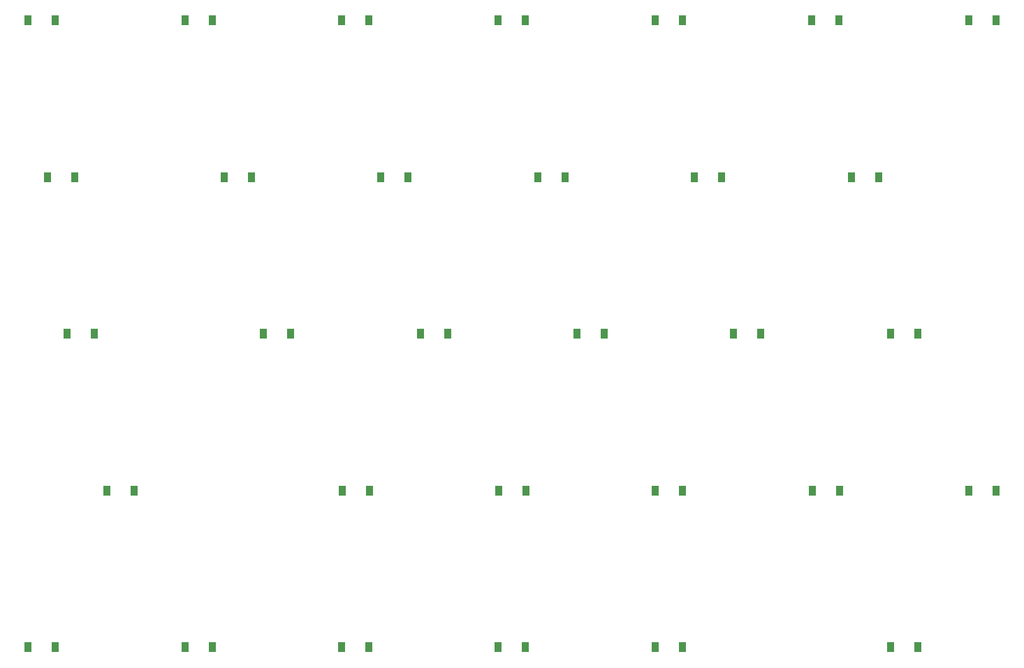
<source format=gbr>
%TF.GenerationSoftware,KiCad,Pcbnew,9.0.7*%
%TF.CreationDate,2026-01-20T23:15:53-08:00*%
%TF.ProjectId,left,6c656674-2e6b-4696-9361-645f70636258,v1.0.0*%
%TF.SameCoordinates,Original*%
%TF.FileFunction,Paste,Top*%
%TF.FilePolarity,Positive*%
%FSLAX46Y46*%
G04 Gerber Fmt 4.6, Leading zero omitted, Abs format (unit mm)*
G04 Created by KiCad (PCBNEW 9.0.7) date 2026-01-20 23:15:53*
%MOMM*%
%LPD*%
G01*
G04 APERTURE LIST*
%ADD10R,0.900000X1.200000*%
G04 APERTURE END LIST*
D10*
%TO.C,D28*%
X202875000Y-108500000D03*
X206175000Y-108500000D03*
%TD*%
%TO.C,D15*%
X136350000Y-70500000D03*
X139650000Y-70500000D03*
%TD*%
%TO.C,D24*%
X179112500Y-89500000D03*
X182412500Y-89500000D03*
%TD*%
%TO.C,D27*%
X212400000Y-127500000D03*
X215700000Y-127500000D03*
%TD*%
%TO.C,D29*%
X198112500Y-89500000D03*
X201412500Y-89500000D03*
%TD*%
%TO.C,D13*%
X145875000Y-108500000D03*
X149175000Y-108500000D03*
%TD*%
%TO.C,D23*%
X183875000Y-108500000D03*
X187175000Y-108500000D03*
%TD*%
%TO.C,D14*%
X141112500Y-89500000D03*
X144412500Y-89500000D03*
%TD*%
%TO.C,D31*%
X212350000Y-70500000D03*
X215650000Y-70500000D03*
%TD*%
%TO.C,D10*%
X117350000Y-70500000D03*
X120650000Y-70500000D03*
%TD*%
%TO.C,D30*%
X193350000Y-70500000D03*
X196650000Y-70500000D03*
%TD*%
%TO.C,D22*%
X193400000Y-127500000D03*
X196700000Y-127500000D03*
%TD*%
%TO.C,D3*%
X103112500Y-108500000D03*
X106412500Y-108500000D03*
%TD*%
%TO.C,D5*%
X98350000Y-70500000D03*
X101650000Y-70500000D03*
%TD*%
%TO.C,D2*%
X107875000Y-127500000D03*
X111175000Y-127500000D03*
%TD*%
%TO.C,D17*%
X174400000Y-127500000D03*
X177700000Y-127500000D03*
%TD*%
%TO.C,D11*%
X136350000Y-146500000D03*
X139650000Y-146500000D03*
%TD*%
%TO.C,D18*%
X164875000Y-108500000D03*
X168175000Y-108500000D03*
%TD*%
%TO.C,D12*%
X155400000Y-127500000D03*
X158700000Y-127500000D03*
%TD*%
%TO.C,D20*%
X155350000Y-70500000D03*
X158650000Y-70500000D03*
%TD*%
%TO.C,D16*%
X155350000Y-146500000D03*
X158650000Y-146500000D03*
%TD*%
%TO.C,D21*%
X174350000Y-146500000D03*
X177650000Y-146500000D03*
%TD*%
%TO.C,D8*%
X126875000Y-108500000D03*
X130175000Y-108500000D03*
%TD*%
%TO.C,D26*%
X202875000Y-146500000D03*
X206175000Y-146500000D03*
%TD*%
%TO.C,D7*%
X136400000Y-127500000D03*
X139700000Y-127500000D03*
%TD*%
%TO.C,D6*%
X117350000Y-146500000D03*
X120650000Y-146500000D03*
%TD*%
%TO.C,D19*%
X160112500Y-89500000D03*
X163412500Y-89500000D03*
%TD*%
%TO.C,D9*%
X122112500Y-89500000D03*
X125412500Y-89500000D03*
%TD*%
%TO.C,D1*%
X98350000Y-146500000D03*
X101650000Y-146500000D03*
%TD*%
%TO.C,D4*%
X100731250Y-89500000D03*
X104031250Y-89500000D03*
%TD*%
%TO.C,D25*%
X174350000Y-70500000D03*
X177650000Y-70500000D03*
%TD*%
M02*

</source>
